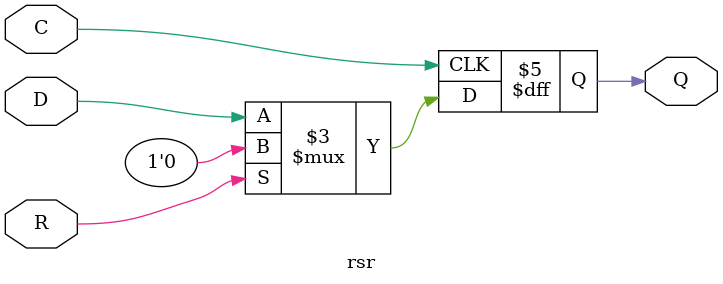
<source format=v>
module rsr (D,R,C,Q);
    input wire D;
    input wire R;
    input wire C;
    output reg Q;

    always @(posedge C) begin
        if (R)
        begin
            Q = 1'b 0;
        end 
        else begin
            Q = D;
        end
    end
endmodule
</source>
